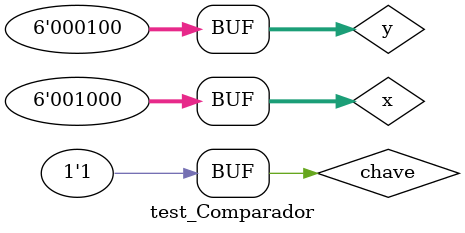
<source format=v>
/*
    -identificação: 

Guia_0807 - 20 / 09 / 2024

Nome: Davi Cândido de Almeida
Matricula: 857859
Código de Pessoa: 1527368

*/

// -------------------------
// meio comparador 
// -------------------------
module ComparadorComun (output Result, input a, input b, input chave);
    wire Result_xnor, Result_xor;
    
    xnor XNOR1 (Result_xnor, a, b);  // Result-out
    xor XOR1 (Result_xor, a, b);    // Result-out

    wire Result_xnor_2, Result_xor_2;

    and AND1(Result_xnor_2, Result_xnor, ~chave);
    and AND2(Result_xor_2, Result_xor, chave);

    or OR_comp (Result, Result_xnor_2, Result_xor_2);  // Result-out
endmodule // meio comparador 


// -------------------------
// ComparadorCompleto_6bits
// -------------------------
module ComparadorCompleto_6bits (output Result_out, input [5:0] a, input [5:0] b, input chave);

    wire [5:0] Result;
    wire Result_AND, Result_OR, Result_AND_Chave, Result_OR_Chave;
    
    // Comparadores de 1 bit
    ComparadorComun FS0 (Result[0], a[0], b[0], chave); // Primeiro bit
    ComparadorComun FS1 (Result[1], a[1], b[1], chave); // Segundo bit
    ComparadorComun FS2 (Result[2], a[2], b[2], chave); // Terceiro bit
    ComparadorComun FS3 (Result[3], a[3], b[3], chave); // Quarto bit
    ComparadorComun FS4 (Result[4], a[4], b[4], chave); // Quinto bit
    ComparadorComun FS5 (Result[5], a[5], b[5], chave); // Sexto bit
    
    // AND dos Results intermediários
    and AND_comp (Result_AND, Result[0], Result[1], Result[2], Result[3], Result[4], Result[5]);
    or OR_comp (Result_OR, Result[0], Result[1], Result[2], Result[3], Result[4], Result[5]);

    and AND_comp1 (Result_AND_Chave, Result_AND, ~chave); // AND com a chave 0
    and AND_comp2 (Result_OR_Chave, Result_OR, chave);   // OR com a chave 1

    or OR_comp3 (Result_out, Result_AND_Chave, Result_OR_Chave);  // Combinação final com chave
endmodule // ComparadorCompleto_6bits


// -------------------------
// modulo de teste para o Comparador
// -------------------------
module test_Comparador;
    // ------------------------- definir dados

    reg [5:0] x;            // Registradores de 5 bits para armazenar operandos
    reg [5:0] y;
    wire Result_out;         // Resultado final do comparador
    reg chave;
    
    // Instanciando o comparador completo
    ComparadorCompleto_6bits FS0 (Result_out, x, y, chave);

    
    // ------------------------- parte principal
    initial begin
        $display("Guia_0807 - Davi Cândido de Almeida - 857859");
        $display("Test ComparadorCompleto_6bits");
        
        chave = 1'b0;  // Comparação normal
         
        // Inicializar os valores de x e y
        x = 6'b001010; // Exemplo de valor binário (10 em decimal)
        y = 6'b000101; // Exemplo de valor binário (5 em decimal)
        
        // Exibir os resultados da comparação e do Result_out
        #1 $monitor("x = %b, y = %b, Result = %b, Chave = %b", x, y, Result_out, chave);

        $display("\nChave = 0 - Igualdade");
        // Outros exemplos
        chave = 1'b0; // Comparação 0 e 0
        #1 x = 6'b000000; y = 6'b000000; 
        #1 x = 6'b000001; y = 6'b000000; // Comparação 1 e 0
        #1 x = 6'b000001; y = 6'b000001; // Comparação 1 e 1
        #1 x = 6'b000010; y = 6'b000001; // Comparação 2 e 1
        #1 x = 6'b000011; y = 6'b000001; // Comparação 3 e 1
        #1 x = 6'b000100; y = 6'b000010; // Comparação 4 e 2
        #1 x = 6'b000101; y = 6'b000010; // Comparação 5 e 2
        #1 x = 6'b001000; y = 6'b000100; // Comparação 8 e 4

        $display("\nChave = 1 - Desigualdade");

        // Comparações com chave = 1
        chave = 1'b1; // Comparação 0 e 1
        #1 x = 6'b000000; y = 6'b000000; 
        #1 x = 6'b000001; y = 6'b000000; // Comparação 1 e 0
        #1 x = 6'b000001; y = 6'b000001; // Comparação 1 e 1
        #1 x = 6'b000010; y = 6'b000001; // Comparação 2 e 1
        #1 x = 6'b000011; y = 6'b000001; // Comparação 3 e 1
        #1 x = 6'b000100; y = 6'b000010; // Comparação 4 e 2
        #1 x = 6'b000101; y = 6'b000010; // Comparação 5 e 2
        #1 x = 6'b001000; y = 6'b000100; // Comparação 8 e 4
    end
endmodule // test_Comparador




/*
    -Saídas de resultados:

Guia_0807 - Davi Cândido de Almeida - 857859
Test ComparadorCompleto_6bits

Chave = 0 - Igualdade
x = 001010, y = 000101, Result = 0, Chave = 0
x = 000000, y = 000000, Result = 1, Chave = 0
x = 000001, y = 000000, Result = 0, Chave = 0
x = 000001, y = 000001, Result = 1, Chave = 0
x = 000010, y = 000001, Result = 0, Chave = 0
x = 000011, y = 000001, Result = 0, Chave = 0
x = 000100, y = 000010, Result = 0, Chave = 0
x = 000101, y = 000010, Result = 0, Chave = 0

Chave = 1 - Desigualdade
x = 001000, y = 000100, Result = 1, Chave = 1
x = 000000, y = 000000, Result = 0, Chave = 1
x = 000001, y = 000000, Result = 1, Chave = 1
x = 000001, y = 000001, Result = 0, Chave = 1
x = 000010, y = 000001, Result = 1, Chave = 1
x = 000011, y = 000001, Result = 1, Chave = 1
x = 000100, y = 000010, Result = 1, Chave = 1
x = 000101, y = 000010, Result = 1, Chave = 1
x = 001000, y = 000100, Result = 1, Chave = 1

*/

/*
    -Notas:

Para compilar: iverilog -o Guia_0807.vvp Guia_0807.v
Para executar: vvp Guia_0807.vvp

</source>
